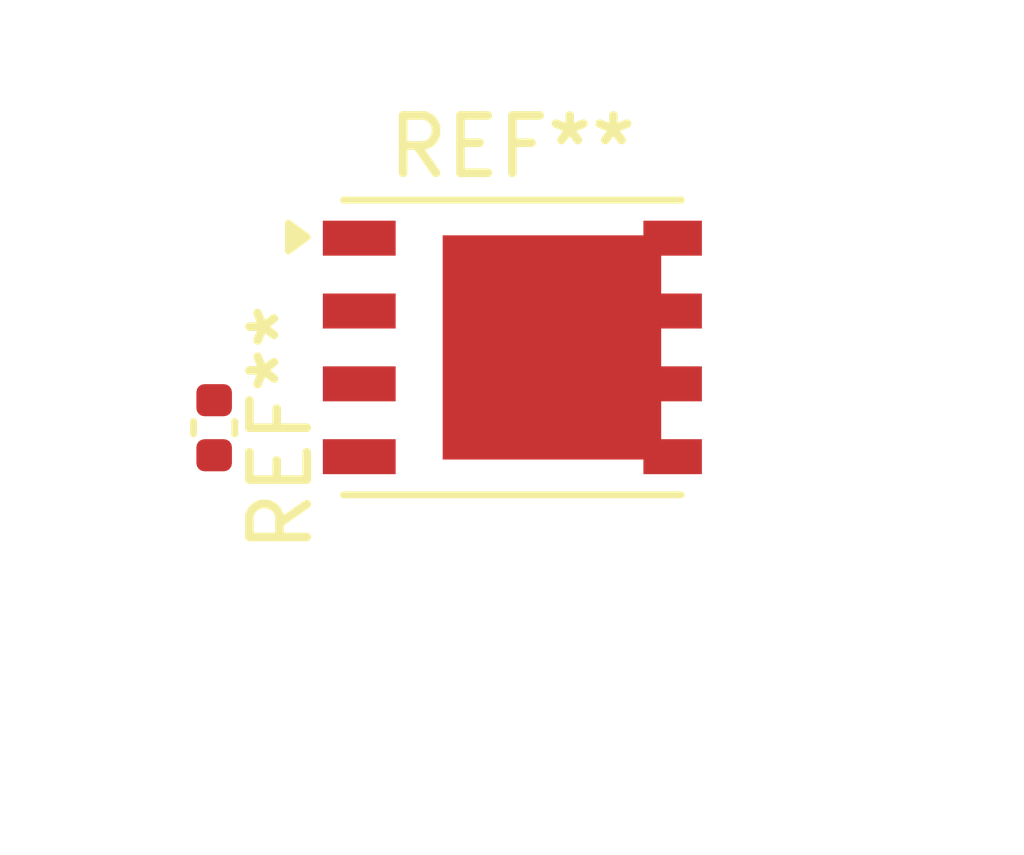
<source format=kicad_pcb>
(kicad_pcb (version 20241229) (generator "pcbnew") (generator_version "9.0")
  (layers (0 "F.Cu" signal) (4 "In1.Cu" power) (6 "In2.Cu" power) (2 "B.Cu" signal) (13 "F.Paste" user) (15 "B.Paste" user) (5 "F.SilkS" user "F.Silkscreen") (7 "B.SilkS" user "B.Silkscreen") (1 "F.Mask" user) (3 "B.Mask" user) (25 "Edge.Cuts" user))
  (net 0 "")
  (footprint "Package_SO:PowerPAK_SO-8_Single" (layer "F.Cu") (at 103.4 59.6)
    (property "Reference" "REF**" (at 0 -3.5 0) (layer "F.SilkS"))
    (property "Value" "PowerPAK_SO-8_Single")
    (fp_line (start -2.945 -2.57) (end 2.945 -2.57) (stroke (width 0.12)) (layer "F.SilkS"))
    (fp_line (start -2.945 2.57) (end 2.945 2.57) (stroke (width 0.12)) (layer "F.SilkS"))
    (fp_poly (pts (xy -3.575 -1.925) (xy -3.905 -2.165) (xy -3.905 -1.685) (xy -3.575 -1.925)) (stroke (width 0.12)) (fill yes) (layer "F.SilkS"))
    (pad "1" smd rect (at -2.67 -1.905) (size 1.27 0.61) (layers "F.Cu" "F.Mask" "F.Paste"))
    (pad "2" smd rect (at -2.67 -0.635) (size 1.27 0.61) (layers "F.Cu" "F.Mask" "F.Paste"))
    (pad "3" smd rect (at -2.67 0.635) (size 1.27 0.61) (layers "F.Cu" "F.Mask" "F.Paste"))
    (pad "4" smd rect (at -2.67 1.905) (size 1.27 0.61) (layers "F.Cu" "F.Mask" "F.Paste"))
    (pad "5" smd rect (at 0.69 0) (size 3.81 3.91) (layers "F.Cu" "F.Mask" "F.Paste"))
    (pad "5" smd rect (at 2.795 -1.905) (size 1.02 0.61) (layers "F.Cu" "F.Mask" "F.Paste"))
    (pad "5" smd rect (at 2.795 -0.635) (size 1.02 0.61) (layers "F.Cu" "F.Mask" "F.Paste"))
    (pad "5" smd rect (at 2.795 0.635) (size 1.02 0.61) (layers "F.Cu" "F.Mask" "F.Paste"))
    (pad "5" smd rect (at 2.795 1.905) (size 1.02 0.61) (layers "F.Cu" "F.Mask" "F.Paste"))
  )
  (footprint "Capacitor_SMD:C_0402_1005Metric" (layer "F.Cu") (at 98.2 61 -90)
    (property "Reference" "REF**" (at 0 -1.16 90) (layer "F.SilkS"))
    (property "Value" "C_0402_1005Metric")
    (fp_line (start -0.107836 0.36) (end 0.107836 0.36) (stroke (width 0.12)) (layer "F.SilkS"))
    (fp_line (start -0.107836 -0.36) (end 0.107836 -0.36) (stroke (width 0.12)) (layer "F.SilkS"))
    (pad "1" smd roundrect (at -0.48 0 270) (size 0.56 0.62) (layers "F.Cu" "F.Mask" "F.Paste"))
    (pad "2" smd roundrect (at 0.48 0 270) (size 0.56 0.62) (layers "F.Cu" "F.Mask" "F.Paste"))
  )
)
</source>
